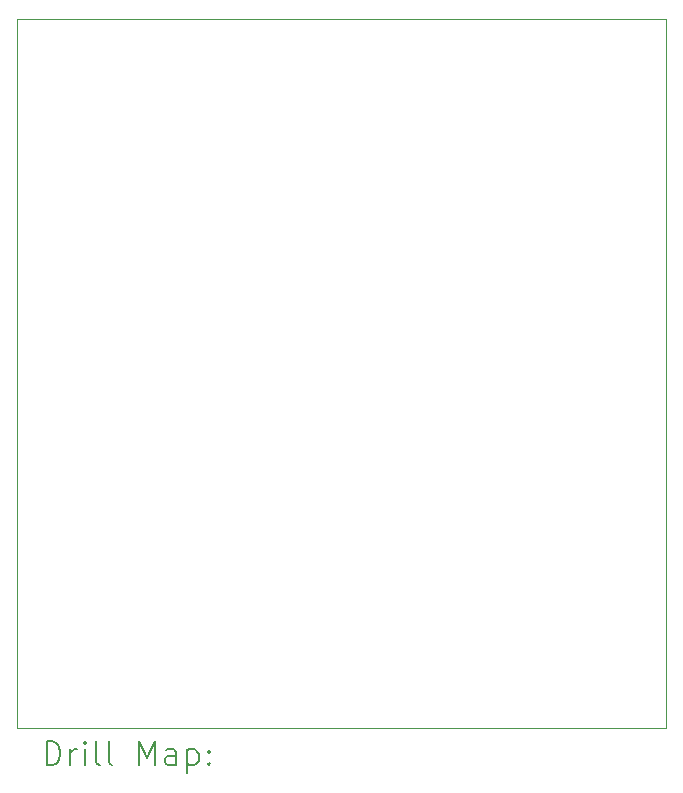
<source format=gbr>
%FSLAX45Y45*%
G04 Gerber Fmt 4.5, Leading zero omitted, Abs format (unit mm)*
G04 Created by KiCad (PCBNEW 6.0.4+dfsg-1+b1) date 2022-05-29 14:40:29*
%MOMM*%
%LPD*%
G01*
G04 APERTURE LIST*
%TA.AperFunction,Profile*%
%ADD10C,0.100000*%
%TD*%
%ADD11C,0.200000*%
G04 APERTURE END LIST*
D10*
X7255000Y-7016100D02*
X12755000Y-7016100D01*
X12755000Y-7016100D02*
X12755000Y-13016100D01*
X12755000Y-13016100D02*
X7255000Y-13016100D01*
X7255000Y-13016100D02*
X7255000Y-7016100D01*
D11*
X7507619Y-13331576D02*
X7507619Y-13131576D01*
X7555238Y-13131576D01*
X7583809Y-13141100D01*
X7602857Y-13160148D01*
X7612381Y-13179195D01*
X7621905Y-13217290D01*
X7621905Y-13245862D01*
X7612381Y-13283957D01*
X7602857Y-13303005D01*
X7583809Y-13322052D01*
X7555238Y-13331576D01*
X7507619Y-13331576D01*
X7707619Y-13331576D02*
X7707619Y-13198243D01*
X7707619Y-13236338D02*
X7717143Y-13217290D01*
X7726667Y-13207767D01*
X7745714Y-13198243D01*
X7764762Y-13198243D01*
X7831428Y-13331576D02*
X7831428Y-13198243D01*
X7831428Y-13131576D02*
X7821905Y-13141100D01*
X7831428Y-13150624D01*
X7840952Y-13141100D01*
X7831428Y-13131576D01*
X7831428Y-13150624D01*
X7955238Y-13331576D02*
X7936190Y-13322052D01*
X7926667Y-13303005D01*
X7926667Y-13131576D01*
X8060000Y-13331576D02*
X8040952Y-13322052D01*
X8031428Y-13303005D01*
X8031428Y-13131576D01*
X8288571Y-13331576D02*
X8288571Y-13131576D01*
X8355238Y-13274433D01*
X8421905Y-13131576D01*
X8421905Y-13331576D01*
X8602857Y-13331576D02*
X8602857Y-13226814D01*
X8593333Y-13207767D01*
X8574286Y-13198243D01*
X8536190Y-13198243D01*
X8517143Y-13207767D01*
X8602857Y-13322052D02*
X8583810Y-13331576D01*
X8536190Y-13331576D01*
X8517143Y-13322052D01*
X8507619Y-13303005D01*
X8507619Y-13283957D01*
X8517143Y-13264909D01*
X8536190Y-13255386D01*
X8583810Y-13255386D01*
X8602857Y-13245862D01*
X8698095Y-13198243D02*
X8698095Y-13398243D01*
X8698095Y-13207767D02*
X8717143Y-13198243D01*
X8755238Y-13198243D01*
X8774286Y-13207767D01*
X8783810Y-13217290D01*
X8793333Y-13236338D01*
X8793333Y-13293481D01*
X8783810Y-13312528D01*
X8774286Y-13322052D01*
X8755238Y-13331576D01*
X8717143Y-13331576D01*
X8698095Y-13322052D01*
X8879048Y-13312528D02*
X8888571Y-13322052D01*
X8879048Y-13331576D01*
X8869524Y-13322052D01*
X8879048Y-13312528D01*
X8879048Y-13331576D01*
X8879048Y-13207767D02*
X8888571Y-13217290D01*
X8879048Y-13226814D01*
X8869524Y-13217290D01*
X8879048Y-13207767D01*
X8879048Y-13226814D01*
M02*

</source>
